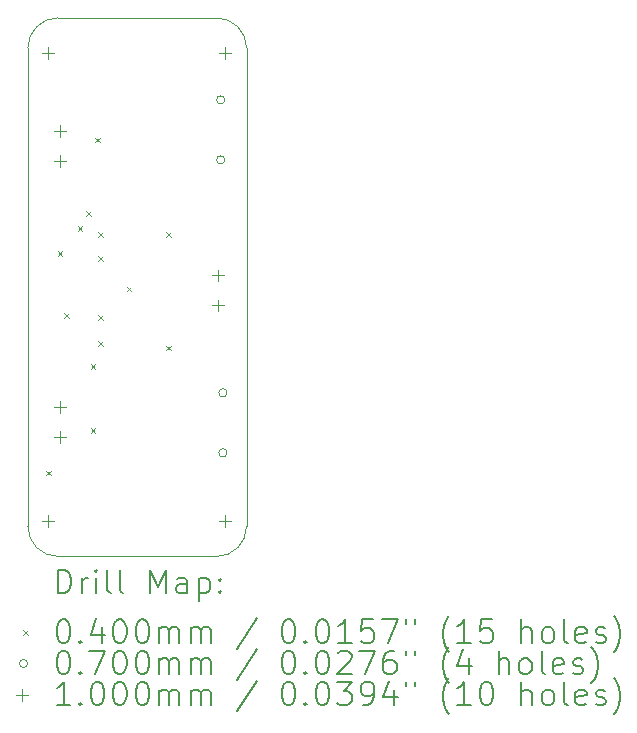
<source format=gbr>
%TF.GenerationSoftware,KiCad,Pcbnew,(6.0.8-1)-1*%
%TF.CreationDate,2023-05-30T17:25:48-07:00*%
%TF.ProjectId,SiPM_breakout,5369504d-5f62-4726-9561-6b6f75742e6b,rev?*%
%TF.SameCoordinates,Original*%
%TF.FileFunction,Drillmap*%
%TF.FilePolarity,Positive*%
%FSLAX45Y45*%
G04 Gerber Fmt 4.5, Leading zero omitted, Abs format (unit mm)*
G04 Created by KiCad (PCBNEW (6.0.8-1)-1) date 2023-05-30 17:25:48*
%MOMM*%
%LPD*%
G01*
G04 APERTURE LIST*
%ADD10C,0.050000*%
%ADD11C,0.200000*%
%ADD12C,0.040000*%
%ADD13C,0.070000*%
%ADD14C,0.100000*%
G04 APERTURE END LIST*
D10*
X9520000Y-7760000D02*
X9520000Y-11811300D01*
X7922000Y-7505700D02*
X9266000Y-7506000D01*
X9266000Y-12065300D02*
X7922000Y-12065000D01*
X7922000Y-7505700D02*
G75*
G03*
X7668000Y-7759700I0J-254000D01*
G01*
X9520000Y-7760000D02*
G75*
G03*
X9266000Y-7506000I-254000J0D01*
G01*
X7668000Y-11811000D02*
G75*
G03*
X7922000Y-12065000I254000J0D01*
G01*
X9266000Y-12065300D02*
G75*
G03*
X9520000Y-11811300I0J254000D01*
G01*
X7668000Y-11811000D02*
X7668000Y-7759700D01*
D11*
D12*
X7820000Y-11340000D02*
X7860000Y-11380000D01*
X7860000Y-11340000D02*
X7820000Y-11380000D01*
X7920000Y-9480000D02*
X7960000Y-9520000D01*
X7960000Y-9480000D02*
X7920000Y-9520000D01*
X7974062Y-10005983D02*
X8014062Y-10045983D01*
X8014062Y-10005983D02*
X7974062Y-10045983D01*
X8089965Y-9270035D02*
X8129965Y-9310035D01*
X8129965Y-9270035D02*
X8089965Y-9310035D01*
X8160000Y-9140000D02*
X8200000Y-9180000D01*
X8200000Y-9140000D02*
X8160000Y-9180000D01*
X8200000Y-10440000D02*
X8240000Y-10480000D01*
X8240000Y-10440000D02*
X8200000Y-10480000D01*
X8200000Y-10980000D02*
X8240000Y-11020000D01*
X8240000Y-10980000D02*
X8200000Y-11020000D01*
X8240000Y-8520000D02*
X8280000Y-8560000D01*
X8280000Y-8520000D02*
X8240000Y-8560000D01*
X8260000Y-9319550D02*
X8300000Y-9359550D01*
X8300000Y-9319550D02*
X8260000Y-9359550D01*
X8260000Y-9520000D02*
X8300000Y-9560000D01*
X8300000Y-9520000D02*
X8260000Y-9560000D01*
X8260000Y-10020000D02*
X8300000Y-10060000D01*
X8300000Y-10020000D02*
X8260000Y-10060000D01*
X8260000Y-10240000D02*
X8300000Y-10280000D01*
X8300000Y-10240000D02*
X8260000Y-10280000D01*
X8505000Y-9780000D02*
X8545000Y-9820000D01*
X8545000Y-9780000D02*
X8505000Y-9820000D01*
X8840000Y-9320000D02*
X8880000Y-9360000D01*
X8880000Y-9320000D02*
X8840000Y-9360000D01*
X8840000Y-10280000D02*
X8880000Y-10320000D01*
X8880000Y-10280000D02*
X8840000Y-10320000D01*
D13*
X9335000Y-8200000D02*
G75*
G03*
X9335000Y-8200000I-35000J0D01*
G01*
X9335000Y-8708000D02*
G75*
G03*
X9335000Y-8708000I-35000J0D01*
G01*
X9355000Y-10680000D02*
G75*
G03*
X9355000Y-10680000I-35000J0D01*
G01*
X9355000Y-11188000D02*
G75*
G03*
X9355000Y-11188000I-35000J0D01*
G01*
D14*
X7840000Y-7750000D02*
X7840000Y-7850000D01*
X7790000Y-7800000D02*
X7890000Y-7800000D01*
X7840000Y-11714250D02*
X7840000Y-11814250D01*
X7790000Y-11764250D02*
X7890000Y-11764250D01*
X7940000Y-8416000D02*
X7940000Y-8516000D01*
X7890000Y-8466000D02*
X7990000Y-8466000D01*
X7940000Y-8670000D02*
X7940000Y-8770000D01*
X7890000Y-8720000D02*
X7990000Y-8720000D01*
X7940000Y-10750000D02*
X7940000Y-10850000D01*
X7890000Y-10800000D02*
X7990000Y-10800000D01*
X7940000Y-11004000D02*
X7940000Y-11104000D01*
X7890000Y-11054000D02*
X7990000Y-11054000D01*
X9280000Y-9636000D02*
X9280000Y-9736000D01*
X9230000Y-9686000D02*
X9330000Y-9686000D01*
X9280000Y-9890000D02*
X9280000Y-9990000D01*
X9230000Y-9940000D02*
X9330000Y-9940000D01*
X9340000Y-7750000D02*
X9340000Y-7850000D01*
X9290000Y-7800000D02*
X9390000Y-7800000D01*
X9340000Y-11714250D02*
X9340000Y-11814250D01*
X9290000Y-11764250D02*
X9390000Y-11764250D01*
D11*
X7923119Y-12378276D02*
X7923119Y-12178276D01*
X7970738Y-12178276D01*
X7999309Y-12187800D01*
X8018357Y-12206848D01*
X8027881Y-12225895D01*
X8037405Y-12263990D01*
X8037405Y-12292562D01*
X8027881Y-12330657D01*
X8018357Y-12349705D01*
X7999309Y-12368752D01*
X7970738Y-12378276D01*
X7923119Y-12378276D01*
X8123119Y-12378276D02*
X8123119Y-12244943D01*
X8123119Y-12283038D02*
X8132643Y-12263990D01*
X8142167Y-12254467D01*
X8161214Y-12244943D01*
X8180262Y-12244943D01*
X8246928Y-12378276D02*
X8246928Y-12244943D01*
X8246928Y-12178276D02*
X8237405Y-12187800D01*
X8246928Y-12197324D01*
X8256452Y-12187800D01*
X8246928Y-12178276D01*
X8246928Y-12197324D01*
X8370738Y-12378276D02*
X8351690Y-12368752D01*
X8342167Y-12349705D01*
X8342167Y-12178276D01*
X8475500Y-12378276D02*
X8456452Y-12368752D01*
X8446929Y-12349705D01*
X8446929Y-12178276D01*
X8704071Y-12378276D02*
X8704071Y-12178276D01*
X8770738Y-12321133D01*
X8837405Y-12178276D01*
X8837405Y-12378276D01*
X9018357Y-12378276D02*
X9018357Y-12273514D01*
X9008833Y-12254467D01*
X8989786Y-12244943D01*
X8951690Y-12244943D01*
X8932643Y-12254467D01*
X9018357Y-12368752D02*
X8999310Y-12378276D01*
X8951690Y-12378276D01*
X8932643Y-12368752D01*
X8923119Y-12349705D01*
X8923119Y-12330657D01*
X8932643Y-12311609D01*
X8951690Y-12302086D01*
X8999310Y-12302086D01*
X9018357Y-12292562D01*
X9113595Y-12244943D02*
X9113595Y-12444943D01*
X9113595Y-12254467D02*
X9132643Y-12244943D01*
X9170738Y-12244943D01*
X9189786Y-12254467D01*
X9199310Y-12263990D01*
X9208833Y-12283038D01*
X9208833Y-12340181D01*
X9199310Y-12359228D01*
X9189786Y-12368752D01*
X9170738Y-12378276D01*
X9132643Y-12378276D01*
X9113595Y-12368752D01*
X9294548Y-12359228D02*
X9304071Y-12368752D01*
X9294548Y-12378276D01*
X9285024Y-12368752D01*
X9294548Y-12359228D01*
X9294548Y-12378276D01*
X9294548Y-12254467D02*
X9304071Y-12263990D01*
X9294548Y-12273514D01*
X9285024Y-12263990D01*
X9294548Y-12254467D01*
X9294548Y-12273514D01*
D12*
X7625500Y-12687800D02*
X7665500Y-12727800D01*
X7665500Y-12687800D02*
X7625500Y-12727800D01*
D11*
X7961214Y-12598276D02*
X7980262Y-12598276D01*
X7999309Y-12607800D01*
X8008833Y-12617324D01*
X8018357Y-12636371D01*
X8027881Y-12674467D01*
X8027881Y-12722086D01*
X8018357Y-12760181D01*
X8008833Y-12779228D01*
X7999309Y-12788752D01*
X7980262Y-12798276D01*
X7961214Y-12798276D01*
X7942167Y-12788752D01*
X7932643Y-12779228D01*
X7923119Y-12760181D01*
X7913595Y-12722086D01*
X7913595Y-12674467D01*
X7923119Y-12636371D01*
X7932643Y-12617324D01*
X7942167Y-12607800D01*
X7961214Y-12598276D01*
X8113595Y-12779228D02*
X8123119Y-12788752D01*
X8113595Y-12798276D01*
X8104071Y-12788752D01*
X8113595Y-12779228D01*
X8113595Y-12798276D01*
X8294548Y-12664943D02*
X8294548Y-12798276D01*
X8246928Y-12588752D02*
X8199309Y-12731609D01*
X8323119Y-12731609D01*
X8437405Y-12598276D02*
X8456452Y-12598276D01*
X8475500Y-12607800D01*
X8485024Y-12617324D01*
X8494548Y-12636371D01*
X8504071Y-12674467D01*
X8504071Y-12722086D01*
X8494548Y-12760181D01*
X8485024Y-12779228D01*
X8475500Y-12788752D01*
X8456452Y-12798276D01*
X8437405Y-12798276D01*
X8418357Y-12788752D01*
X8408833Y-12779228D01*
X8399310Y-12760181D01*
X8389786Y-12722086D01*
X8389786Y-12674467D01*
X8399310Y-12636371D01*
X8408833Y-12617324D01*
X8418357Y-12607800D01*
X8437405Y-12598276D01*
X8627881Y-12598276D02*
X8646929Y-12598276D01*
X8665976Y-12607800D01*
X8675500Y-12617324D01*
X8685024Y-12636371D01*
X8694548Y-12674467D01*
X8694548Y-12722086D01*
X8685024Y-12760181D01*
X8675500Y-12779228D01*
X8665976Y-12788752D01*
X8646929Y-12798276D01*
X8627881Y-12798276D01*
X8608833Y-12788752D01*
X8599310Y-12779228D01*
X8589786Y-12760181D01*
X8580262Y-12722086D01*
X8580262Y-12674467D01*
X8589786Y-12636371D01*
X8599310Y-12617324D01*
X8608833Y-12607800D01*
X8627881Y-12598276D01*
X8780262Y-12798276D02*
X8780262Y-12664943D01*
X8780262Y-12683990D02*
X8789786Y-12674467D01*
X8808833Y-12664943D01*
X8837405Y-12664943D01*
X8856452Y-12674467D01*
X8865976Y-12693514D01*
X8865976Y-12798276D01*
X8865976Y-12693514D02*
X8875500Y-12674467D01*
X8894548Y-12664943D01*
X8923119Y-12664943D01*
X8942167Y-12674467D01*
X8951690Y-12693514D01*
X8951690Y-12798276D01*
X9046929Y-12798276D02*
X9046929Y-12664943D01*
X9046929Y-12683990D02*
X9056452Y-12674467D01*
X9075500Y-12664943D01*
X9104071Y-12664943D01*
X9123119Y-12674467D01*
X9132643Y-12693514D01*
X9132643Y-12798276D01*
X9132643Y-12693514D02*
X9142167Y-12674467D01*
X9161214Y-12664943D01*
X9189786Y-12664943D01*
X9208833Y-12674467D01*
X9218357Y-12693514D01*
X9218357Y-12798276D01*
X9608833Y-12588752D02*
X9437405Y-12845895D01*
X9865976Y-12598276D02*
X9885024Y-12598276D01*
X9904071Y-12607800D01*
X9913595Y-12617324D01*
X9923119Y-12636371D01*
X9932643Y-12674467D01*
X9932643Y-12722086D01*
X9923119Y-12760181D01*
X9913595Y-12779228D01*
X9904071Y-12788752D01*
X9885024Y-12798276D01*
X9865976Y-12798276D01*
X9846929Y-12788752D01*
X9837405Y-12779228D01*
X9827881Y-12760181D01*
X9818357Y-12722086D01*
X9818357Y-12674467D01*
X9827881Y-12636371D01*
X9837405Y-12617324D01*
X9846929Y-12607800D01*
X9865976Y-12598276D01*
X10018357Y-12779228D02*
X10027881Y-12788752D01*
X10018357Y-12798276D01*
X10008833Y-12788752D01*
X10018357Y-12779228D01*
X10018357Y-12798276D01*
X10151690Y-12598276D02*
X10170738Y-12598276D01*
X10189786Y-12607800D01*
X10199310Y-12617324D01*
X10208833Y-12636371D01*
X10218357Y-12674467D01*
X10218357Y-12722086D01*
X10208833Y-12760181D01*
X10199310Y-12779228D01*
X10189786Y-12788752D01*
X10170738Y-12798276D01*
X10151690Y-12798276D01*
X10132643Y-12788752D01*
X10123119Y-12779228D01*
X10113595Y-12760181D01*
X10104071Y-12722086D01*
X10104071Y-12674467D01*
X10113595Y-12636371D01*
X10123119Y-12617324D01*
X10132643Y-12607800D01*
X10151690Y-12598276D01*
X10408833Y-12798276D02*
X10294548Y-12798276D01*
X10351690Y-12798276D02*
X10351690Y-12598276D01*
X10332643Y-12626848D01*
X10313595Y-12645895D01*
X10294548Y-12655419D01*
X10589786Y-12598276D02*
X10494548Y-12598276D01*
X10485024Y-12693514D01*
X10494548Y-12683990D01*
X10513595Y-12674467D01*
X10561214Y-12674467D01*
X10580262Y-12683990D01*
X10589786Y-12693514D01*
X10599310Y-12712562D01*
X10599310Y-12760181D01*
X10589786Y-12779228D01*
X10580262Y-12788752D01*
X10561214Y-12798276D01*
X10513595Y-12798276D01*
X10494548Y-12788752D01*
X10485024Y-12779228D01*
X10665976Y-12598276D02*
X10799310Y-12598276D01*
X10713595Y-12798276D01*
X10865976Y-12598276D02*
X10865976Y-12636371D01*
X10942167Y-12598276D02*
X10942167Y-12636371D01*
X11237405Y-12874467D02*
X11227881Y-12864943D01*
X11208833Y-12836371D01*
X11199309Y-12817324D01*
X11189786Y-12788752D01*
X11180262Y-12741133D01*
X11180262Y-12703038D01*
X11189786Y-12655419D01*
X11199309Y-12626848D01*
X11208833Y-12607800D01*
X11227881Y-12579228D01*
X11237405Y-12569705D01*
X11418357Y-12798276D02*
X11304071Y-12798276D01*
X11361214Y-12798276D02*
X11361214Y-12598276D01*
X11342167Y-12626848D01*
X11323119Y-12645895D01*
X11304071Y-12655419D01*
X11599309Y-12598276D02*
X11504071Y-12598276D01*
X11494548Y-12693514D01*
X11504071Y-12683990D01*
X11523119Y-12674467D01*
X11570738Y-12674467D01*
X11589786Y-12683990D01*
X11599309Y-12693514D01*
X11608833Y-12712562D01*
X11608833Y-12760181D01*
X11599309Y-12779228D01*
X11589786Y-12788752D01*
X11570738Y-12798276D01*
X11523119Y-12798276D01*
X11504071Y-12788752D01*
X11494548Y-12779228D01*
X11846928Y-12798276D02*
X11846928Y-12598276D01*
X11932643Y-12798276D02*
X11932643Y-12693514D01*
X11923119Y-12674467D01*
X11904071Y-12664943D01*
X11875500Y-12664943D01*
X11856452Y-12674467D01*
X11846928Y-12683990D01*
X12056452Y-12798276D02*
X12037405Y-12788752D01*
X12027881Y-12779228D01*
X12018357Y-12760181D01*
X12018357Y-12703038D01*
X12027881Y-12683990D01*
X12037405Y-12674467D01*
X12056452Y-12664943D01*
X12085024Y-12664943D01*
X12104071Y-12674467D01*
X12113595Y-12683990D01*
X12123119Y-12703038D01*
X12123119Y-12760181D01*
X12113595Y-12779228D01*
X12104071Y-12788752D01*
X12085024Y-12798276D01*
X12056452Y-12798276D01*
X12237405Y-12798276D02*
X12218357Y-12788752D01*
X12208833Y-12769705D01*
X12208833Y-12598276D01*
X12389786Y-12788752D02*
X12370738Y-12798276D01*
X12332643Y-12798276D01*
X12313595Y-12788752D01*
X12304071Y-12769705D01*
X12304071Y-12693514D01*
X12313595Y-12674467D01*
X12332643Y-12664943D01*
X12370738Y-12664943D01*
X12389786Y-12674467D01*
X12399309Y-12693514D01*
X12399309Y-12712562D01*
X12304071Y-12731609D01*
X12475500Y-12788752D02*
X12494548Y-12798276D01*
X12532643Y-12798276D01*
X12551690Y-12788752D01*
X12561214Y-12769705D01*
X12561214Y-12760181D01*
X12551690Y-12741133D01*
X12532643Y-12731609D01*
X12504071Y-12731609D01*
X12485024Y-12722086D01*
X12475500Y-12703038D01*
X12475500Y-12693514D01*
X12485024Y-12674467D01*
X12504071Y-12664943D01*
X12532643Y-12664943D01*
X12551690Y-12674467D01*
X12627881Y-12874467D02*
X12637405Y-12864943D01*
X12656452Y-12836371D01*
X12665976Y-12817324D01*
X12675500Y-12788752D01*
X12685024Y-12741133D01*
X12685024Y-12703038D01*
X12675500Y-12655419D01*
X12665976Y-12626848D01*
X12656452Y-12607800D01*
X12637405Y-12579228D01*
X12627881Y-12569705D01*
D13*
X7665500Y-12971800D02*
G75*
G03*
X7665500Y-12971800I-35000J0D01*
G01*
D11*
X7961214Y-12862276D02*
X7980262Y-12862276D01*
X7999309Y-12871800D01*
X8008833Y-12881324D01*
X8018357Y-12900371D01*
X8027881Y-12938467D01*
X8027881Y-12986086D01*
X8018357Y-13024181D01*
X8008833Y-13043228D01*
X7999309Y-13052752D01*
X7980262Y-13062276D01*
X7961214Y-13062276D01*
X7942167Y-13052752D01*
X7932643Y-13043228D01*
X7923119Y-13024181D01*
X7913595Y-12986086D01*
X7913595Y-12938467D01*
X7923119Y-12900371D01*
X7932643Y-12881324D01*
X7942167Y-12871800D01*
X7961214Y-12862276D01*
X8113595Y-13043228D02*
X8123119Y-13052752D01*
X8113595Y-13062276D01*
X8104071Y-13052752D01*
X8113595Y-13043228D01*
X8113595Y-13062276D01*
X8189786Y-12862276D02*
X8323119Y-12862276D01*
X8237405Y-13062276D01*
X8437405Y-12862276D02*
X8456452Y-12862276D01*
X8475500Y-12871800D01*
X8485024Y-12881324D01*
X8494548Y-12900371D01*
X8504071Y-12938467D01*
X8504071Y-12986086D01*
X8494548Y-13024181D01*
X8485024Y-13043228D01*
X8475500Y-13052752D01*
X8456452Y-13062276D01*
X8437405Y-13062276D01*
X8418357Y-13052752D01*
X8408833Y-13043228D01*
X8399310Y-13024181D01*
X8389786Y-12986086D01*
X8389786Y-12938467D01*
X8399310Y-12900371D01*
X8408833Y-12881324D01*
X8418357Y-12871800D01*
X8437405Y-12862276D01*
X8627881Y-12862276D02*
X8646929Y-12862276D01*
X8665976Y-12871800D01*
X8675500Y-12881324D01*
X8685024Y-12900371D01*
X8694548Y-12938467D01*
X8694548Y-12986086D01*
X8685024Y-13024181D01*
X8675500Y-13043228D01*
X8665976Y-13052752D01*
X8646929Y-13062276D01*
X8627881Y-13062276D01*
X8608833Y-13052752D01*
X8599310Y-13043228D01*
X8589786Y-13024181D01*
X8580262Y-12986086D01*
X8580262Y-12938467D01*
X8589786Y-12900371D01*
X8599310Y-12881324D01*
X8608833Y-12871800D01*
X8627881Y-12862276D01*
X8780262Y-13062276D02*
X8780262Y-12928943D01*
X8780262Y-12947990D02*
X8789786Y-12938467D01*
X8808833Y-12928943D01*
X8837405Y-12928943D01*
X8856452Y-12938467D01*
X8865976Y-12957514D01*
X8865976Y-13062276D01*
X8865976Y-12957514D02*
X8875500Y-12938467D01*
X8894548Y-12928943D01*
X8923119Y-12928943D01*
X8942167Y-12938467D01*
X8951690Y-12957514D01*
X8951690Y-13062276D01*
X9046929Y-13062276D02*
X9046929Y-12928943D01*
X9046929Y-12947990D02*
X9056452Y-12938467D01*
X9075500Y-12928943D01*
X9104071Y-12928943D01*
X9123119Y-12938467D01*
X9132643Y-12957514D01*
X9132643Y-13062276D01*
X9132643Y-12957514D02*
X9142167Y-12938467D01*
X9161214Y-12928943D01*
X9189786Y-12928943D01*
X9208833Y-12938467D01*
X9218357Y-12957514D01*
X9218357Y-13062276D01*
X9608833Y-12852752D02*
X9437405Y-13109895D01*
X9865976Y-12862276D02*
X9885024Y-12862276D01*
X9904071Y-12871800D01*
X9913595Y-12881324D01*
X9923119Y-12900371D01*
X9932643Y-12938467D01*
X9932643Y-12986086D01*
X9923119Y-13024181D01*
X9913595Y-13043228D01*
X9904071Y-13052752D01*
X9885024Y-13062276D01*
X9865976Y-13062276D01*
X9846929Y-13052752D01*
X9837405Y-13043228D01*
X9827881Y-13024181D01*
X9818357Y-12986086D01*
X9818357Y-12938467D01*
X9827881Y-12900371D01*
X9837405Y-12881324D01*
X9846929Y-12871800D01*
X9865976Y-12862276D01*
X10018357Y-13043228D02*
X10027881Y-13052752D01*
X10018357Y-13062276D01*
X10008833Y-13052752D01*
X10018357Y-13043228D01*
X10018357Y-13062276D01*
X10151690Y-12862276D02*
X10170738Y-12862276D01*
X10189786Y-12871800D01*
X10199310Y-12881324D01*
X10208833Y-12900371D01*
X10218357Y-12938467D01*
X10218357Y-12986086D01*
X10208833Y-13024181D01*
X10199310Y-13043228D01*
X10189786Y-13052752D01*
X10170738Y-13062276D01*
X10151690Y-13062276D01*
X10132643Y-13052752D01*
X10123119Y-13043228D01*
X10113595Y-13024181D01*
X10104071Y-12986086D01*
X10104071Y-12938467D01*
X10113595Y-12900371D01*
X10123119Y-12881324D01*
X10132643Y-12871800D01*
X10151690Y-12862276D01*
X10294548Y-12881324D02*
X10304071Y-12871800D01*
X10323119Y-12862276D01*
X10370738Y-12862276D01*
X10389786Y-12871800D01*
X10399310Y-12881324D01*
X10408833Y-12900371D01*
X10408833Y-12919419D01*
X10399310Y-12947990D01*
X10285024Y-13062276D01*
X10408833Y-13062276D01*
X10475500Y-12862276D02*
X10608833Y-12862276D01*
X10523119Y-13062276D01*
X10770738Y-12862276D02*
X10732643Y-12862276D01*
X10713595Y-12871800D01*
X10704071Y-12881324D01*
X10685024Y-12909895D01*
X10675500Y-12947990D01*
X10675500Y-13024181D01*
X10685024Y-13043228D01*
X10694548Y-13052752D01*
X10713595Y-13062276D01*
X10751690Y-13062276D01*
X10770738Y-13052752D01*
X10780262Y-13043228D01*
X10789786Y-13024181D01*
X10789786Y-12976562D01*
X10780262Y-12957514D01*
X10770738Y-12947990D01*
X10751690Y-12938467D01*
X10713595Y-12938467D01*
X10694548Y-12947990D01*
X10685024Y-12957514D01*
X10675500Y-12976562D01*
X10865976Y-12862276D02*
X10865976Y-12900371D01*
X10942167Y-12862276D02*
X10942167Y-12900371D01*
X11237405Y-13138467D02*
X11227881Y-13128943D01*
X11208833Y-13100371D01*
X11199309Y-13081324D01*
X11189786Y-13052752D01*
X11180262Y-13005133D01*
X11180262Y-12967038D01*
X11189786Y-12919419D01*
X11199309Y-12890848D01*
X11208833Y-12871800D01*
X11227881Y-12843228D01*
X11237405Y-12833705D01*
X11399309Y-12928943D02*
X11399309Y-13062276D01*
X11351690Y-12852752D02*
X11304071Y-12995609D01*
X11427881Y-12995609D01*
X11656452Y-13062276D02*
X11656452Y-12862276D01*
X11742167Y-13062276D02*
X11742167Y-12957514D01*
X11732643Y-12938467D01*
X11713595Y-12928943D01*
X11685024Y-12928943D01*
X11665976Y-12938467D01*
X11656452Y-12947990D01*
X11865976Y-13062276D02*
X11846928Y-13052752D01*
X11837405Y-13043228D01*
X11827881Y-13024181D01*
X11827881Y-12967038D01*
X11837405Y-12947990D01*
X11846928Y-12938467D01*
X11865976Y-12928943D01*
X11894548Y-12928943D01*
X11913595Y-12938467D01*
X11923119Y-12947990D01*
X11932643Y-12967038D01*
X11932643Y-13024181D01*
X11923119Y-13043228D01*
X11913595Y-13052752D01*
X11894548Y-13062276D01*
X11865976Y-13062276D01*
X12046928Y-13062276D02*
X12027881Y-13052752D01*
X12018357Y-13033705D01*
X12018357Y-12862276D01*
X12199309Y-13052752D02*
X12180262Y-13062276D01*
X12142167Y-13062276D01*
X12123119Y-13052752D01*
X12113595Y-13033705D01*
X12113595Y-12957514D01*
X12123119Y-12938467D01*
X12142167Y-12928943D01*
X12180262Y-12928943D01*
X12199309Y-12938467D01*
X12208833Y-12957514D01*
X12208833Y-12976562D01*
X12113595Y-12995609D01*
X12285024Y-13052752D02*
X12304071Y-13062276D01*
X12342167Y-13062276D01*
X12361214Y-13052752D01*
X12370738Y-13033705D01*
X12370738Y-13024181D01*
X12361214Y-13005133D01*
X12342167Y-12995609D01*
X12313595Y-12995609D01*
X12294548Y-12986086D01*
X12285024Y-12967038D01*
X12285024Y-12957514D01*
X12294548Y-12938467D01*
X12313595Y-12928943D01*
X12342167Y-12928943D01*
X12361214Y-12938467D01*
X12437405Y-13138467D02*
X12446928Y-13128943D01*
X12465976Y-13100371D01*
X12475500Y-13081324D01*
X12485024Y-13052752D01*
X12494548Y-13005133D01*
X12494548Y-12967038D01*
X12485024Y-12919419D01*
X12475500Y-12890848D01*
X12465976Y-12871800D01*
X12446928Y-12843228D01*
X12437405Y-12833705D01*
D14*
X7615500Y-13185800D02*
X7615500Y-13285800D01*
X7565500Y-13235800D02*
X7665500Y-13235800D01*
D11*
X8027881Y-13326276D02*
X7913595Y-13326276D01*
X7970738Y-13326276D02*
X7970738Y-13126276D01*
X7951690Y-13154848D01*
X7932643Y-13173895D01*
X7913595Y-13183419D01*
X8113595Y-13307228D02*
X8123119Y-13316752D01*
X8113595Y-13326276D01*
X8104071Y-13316752D01*
X8113595Y-13307228D01*
X8113595Y-13326276D01*
X8246928Y-13126276D02*
X8265976Y-13126276D01*
X8285024Y-13135800D01*
X8294548Y-13145324D01*
X8304071Y-13164371D01*
X8313595Y-13202467D01*
X8313595Y-13250086D01*
X8304071Y-13288181D01*
X8294548Y-13307228D01*
X8285024Y-13316752D01*
X8265976Y-13326276D01*
X8246928Y-13326276D01*
X8227881Y-13316752D01*
X8218357Y-13307228D01*
X8208833Y-13288181D01*
X8199309Y-13250086D01*
X8199309Y-13202467D01*
X8208833Y-13164371D01*
X8218357Y-13145324D01*
X8227881Y-13135800D01*
X8246928Y-13126276D01*
X8437405Y-13126276D02*
X8456452Y-13126276D01*
X8475500Y-13135800D01*
X8485024Y-13145324D01*
X8494548Y-13164371D01*
X8504071Y-13202467D01*
X8504071Y-13250086D01*
X8494548Y-13288181D01*
X8485024Y-13307228D01*
X8475500Y-13316752D01*
X8456452Y-13326276D01*
X8437405Y-13326276D01*
X8418357Y-13316752D01*
X8408833Y-13307228D01*
X8399310Y-13288181D01*
X8389786Y-13250086D01*
X8389786Y-13202467D01*
X8399310Y-13164371D01*
X8408833Y-13145324D01*
X8418357Y-13135800D01*
X8437405Y-13126276D01*
X8627881Y-13126276D02*
X8646929Y-13126276D01*
X8665976Y-13135800D01*
X8675500Y-13145324D01*
X8685024Y-13164371D01*
X8694548Y-13202467D01*
X8694548Y-13250086D01*
X8685024Y-13288181D01*
X8675500Y-13307228D01*
X8665976Y-13316752D01*
X8646929Y-13326276D01*
X8627881Y-13326276D01*
X8608833Y-13316752D01*
X8599310Y-13307228D01*
X8589786Y-13288181D01*
X8580262Y-13250086D01*
X8580262Y-13202467D01*
X8589786Y-13164371D01*
X8599310Y-13145324D01*
X8608833Y-13135800D01*
X8627881Y-13126276D01*
X8780262Y-13326276D02*
X8780262Y-13192943D01*
X8780262Y-13211990D02*
X8789786Y-13202467D01*
X8808833Y-13192943D01*
X8837405Y-13192943D01*
X8856452Y-13202467D01*
X8865976Y-13221514D01*
X8865976Y-13326276D01*
X8865976Y-13221514D02*
X8875500Y-13202467D01*
X8894548Y-13192943D01*
X8923119Y-13192943D01*
X8942167Y-13202467D01*
X8951690Y-13221514D01*
X8951690Y-13326276D01*
X9046929Y-13326276D02*
X9046929Y-13192943D01*
X9046929Y-13211990D02*
X9056452Y-13202467D01*
X9075500Y-13192943D01*
X9104071Y-13192943D01*
X9123119Y-13202467D01*
X9132643Y-13221514D01*
X9132643Y-13326276D01*
X9132643Y-13221514D02*
X9142167Y-13202467D01*
X9161214Y-13192943D01*
X9189786Y-13192943D01*
X9208833Y-13202467D01*
X9218357Y-13221514D01*
X9218357Y-13326276D01*
X9608833Y-13116752D02*
X9437405Y-13373895D01*
X9865976Y-13126276D02*
X9885024Y-13126276D01*
X9904071Y-13135800D01*
X9913595Y-13145324D01*
X9923119Y-13164371D01*
X9932643Y-13202467D01*
X9932643Y-13250086D01*
X9923119Y-13288181D01*
X9913595Y-13307228D01*
X9904071Y-13316752D01*
X9885024Y-13326276D01*
X9865976Y-13326276D01*
X9846929Y-13316752D01*
X9837405Y-13307228D01*
X9827881Y-13288181D01*
X9818357Y-13250086D01*
X9818357Y-13202467D01*
X9827881Y-13164371D01*
X9837405Y-13145324D01*
X9846929Y-13135800D01*
X9865976Y-13126276D01*
X10018357Y-13307228D02*
X10027881Y-13316752D01*
X10018357Y-13326276D01*
X10008833Y-13316752D01*
X10018357Y-13307228D01*
X10018357Y-13326276D01*
X10151690Y-13126276D02*
X10170738Y-13126276D01*
X10189786Y-13135800D01*
X10199310Y-13145324D01*
X10208833Y-13164371D01*
X10218357Y-13202467D01*
X10218357Y-13250086D01*
X10208833Y-13288181D01*
X10199310Y-13307228D01*
X10189786Y-13316752D01*
X10170738Y-13326276D01*
X10151690Y-13326276D01*
X10132643Y-13316752D01*
X10123119Y-13307228D01*
X10113595Y-13288181D01*
X10104071Y-13250086D01*
X10104071Y-13202467D01*
X10113595Y-13164371D01*
X10123119Y-13145324D01*
X10132643Y-13135800D01*
X10151690Y-13126276D01*
X10285024Y-13126276D02*
X10408833Y-13126276D01*
X10342167Y-13202467D01*
X10370738Y-13202467D01*
X10389786Y-13211990D01*
X10399310Y-13221514D01*
X10408833Y-13240562D01*
X10408833Y-13288181D01*
X10399310Y-13307228D01*
X10389786Y-13316752D01*
X10370738Y-13326276D01*
X10313595Y-13326276D01*
X10294548Y-13316752D01*
X10285024Y-13307228D01*
X10504071Y-13326276D02*
X10542167Y-13326276D01*
X10561214Y-13316752D01*
X10570738Y-13307228D01*
X10589786Y-13278657D01*
X10599310Y-13240562D01*
X10599310Y-13164371D01*
X10589786Y-13145324D01*
X10580262Y-13135800D01*
X10561214Y-13126276D01*
X10523119Y-13126276D01*
X10504071Y-13135800D01*
X10494548Y-13145324D01*
X10485024Y-13164371D01*
X10485024Y-13211990D01*
X10494548Y-13231038D01*
X10504071Y-13240562D01*
X10523119Y-13250086D01*
X10561214Y-13250086D01*
X10580262Y-13240562D01*
X10589786Y-13231038D01*
X10599310Y-13211990D01*
X10770738Y-13192943D02*
X10770738Y-13326276D01*
X10723119Y-13116752D02*
X10675500Y-13259609D01*
X10799310Y-13259609D01*
X10865976Y-13126276D02*
X10865976Y-13164371D01*
X10942167Y-13126276D02*
X10942167Y-13164371D01*
X11237405Y-13402467D02*
X11227881Y-13392943D01*
X11208833Y-13364371D01*
X11199309Y-13345324D01*
X11189786Y-13316752D01*
X11180262Y-13269133D01*
X11180262Y-13231038D01*
X11189786Y-13183419D01*
X11199309Y-13154848D01*
X11208833Y-13135800D01*
X11227881Y-13107228D01*
X11237405Y-13097705D01*
X11418357Y-13326276D02*
X11304071Y-13326276D01*
X11361214Y-13326276D02*
X11361214Y-13126276D01*
X11342167Y-13154848D01*
X11323119Y-13173895D01*
X11304071Y-13183419D01*
X11542167Y-13126276D02*
X11561214Y-13126276D01*
X11580262Y-13135800D01*
X11589786Y-13145324D01*
X11599309Y-13164371D01*
X11608833Y-13202467D01*
X11608833Y-13250086D01*
X11599309Y-13288181D01*
X11589786Y-13307228D01*
X11580262Y-13316752D01*
X11561214Y-13326276D01*
X11542167Y-13326276D01*
X11523119Y-13316752D01*
X11513595Y-13307228D01*
X11504071Y-13288181D01*
X11494548Y-13250086D01*
X11494548Y-13202467D01*
X11504071Y-13164371D01*
X11513595Y-13145324D01*
X11523119Y-13135800D01*
X11542167Y-13126276D01*
X11846928Y-13326276D02*
X11846928Y-13126276D01*
X11932643Y-13326276D02*
X11932643Y-13221514D01*
X11923119Y-13202467D01*
X11904071Y-13192943D01*
X11875500Y-13192943D01*
X11856452Y-13202467D01*
X11846928Y-13211990D01*
X12056452Y-13326276D02*
X12037405Y-13316752D01*
X12027881Y-13307228D01*
X12018357Y-13288181D01*
X12018357Y-13231038D01*
X12027881Y-13211990D01*
X12037405Y-13202467D01*
X12056452Y-13192943D01*
X12085024Y-13192943D01*
X12104071Y-13202467D01*
X12113595Y-13211990D01*
X12123119Y-13231038D01*
X12123119Y-13288181D01*
X12113595Y-13307228D01*
X12104071Y-13316752D01*
X12085024Y-13326276D01*
X12056452Y-13326276D01*
X12237405Y-13326276D02*
X12218357Y-13316752D01*
X12208833Y-13297705D01*
X12208833Y-13126276D01*
X12389786Y-13316752D02*
X12370738Y-13326276D01*
X12332643Y-13326276D01*
X12313595Y-13316752D01*
X12304071Y-13297705D01*
X12304071Y-13221514D01*
X12313595Y-13202467D01*
X12332643Y-13192943D01*
X12370738Y-13192943D01*
X12389786Y-13202467D01*
X12399309Y-13221514D01*
X12399309Y-13240562D01*
X12304071Y-13259609D01*
X12475500Y-13316752D02*
X12494548Y-13326276D01*
X12532643Y-13326276D01*
X12551690Y-13316752D01*
X12561214Y-13297705D01*
X12561214Y-13288181D01*
X12551690Y-13269133D01*
X12532643Y-13259609D01*
X12504071Y-13259609D01*
X12485024Y-13250086D01*
X12475500Y-13231038D01*
X12475500Y-13221514D01*
X12485024Y-13202467D01*
X12504071Y-13192943D01*
X12532643Y-13192943D01*
X12551690Y-13202467D01*
X12627881Y-13402467D02*
X12637405Y-13392943D01*
X12656452Y-13364371D01*
X12665976Y-13345324D01*
X12675500Y-13316752D01*
X12685024Y-13269133D01*
X12685024Y-13231038D01*
X12675500Y-13183419D01*
X12665976Y-13154848D01*
X12656452Y-13135800D01*
X12637405Y-13107228D01*
X12627881Y-13097705D01*
M02*

</source>
